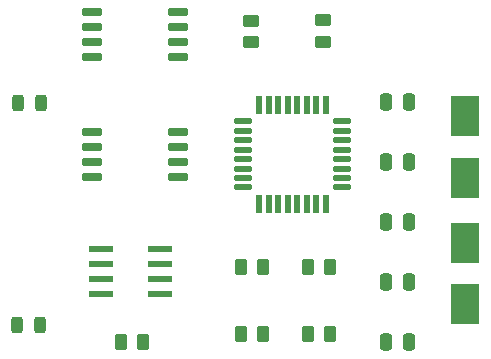
<source format=gbr>
%TF.GenerationSoftware,KiCad,Pcbnew,7.0.10*%
%TF.CreationDate,2024-02-27T03:30:34+03:00*%
%TF.ProjectId,Arduino_Datalogger,41726475-696e-46f5-9f44-6174616c6f67,1.0*%
%TF.SameCoordinates,Original*%
%TF.FileFunction,Paste,Top*%
%TF.FilePolarity,Positive*%
%FSLAX46Y46*%
G04 Gerber Fmt 4.6, Leading zero omitted, Abs format (unit mm)*
G04 Created by KiCad (PCBNEW 7.0.10) date 2024-02-27 03:30:34*
%MOMM*%
%LPD*%
G01*
G04 APERTURE LIST*
G04 Aperture macros list*
%AMRoundRect*
0 Rectangle with rounded corners*
0 $1 Rounding radius*
0 $2 $3 $4 $5 $6 $7 $8 $9 X,Y pos of 4 corners*
0 Add a 4 corners polygon primitive as box body*
4,1,4,$2,$3,$4,$5,$6,$7,$8,$9,$2,$3,0*
0 Add four circle primitives for the rounded corners*
1,1,$1+$1,$2,$3*
1,1,$1+$1,$4,$5*
1,1,$1+$1,$6,$7*
1,1,$1+$1,$8,$9*
0 Add four rect primitives between the rounded corners*
20,1,$1+$1,$2,$3,$4,$5,0*
20,1,$1+$1,$4,$5,$6,$7,0*
20,1,$1+$1,$6,$7,$8,$9,0*
20,1,$1+$1,$8,$9,$2,$3,0*%
G04 Aperture macros list end*
%ADD10RoundRect,0.048800X-0.796200X-0.256200X0.796200X-0.256200X0.796200X0.256200X-0.796200X0.256200X0*%
%ADD11RoundRect,0.041300X-0.943700X-0.253700X0.943700X-0.253700X0.943700X0.253700X-0.943700X0.253700X0*%
%ADD12RoundRect,0.038500X0.236500X-0.696500X0.236500X0.696500X-0.236500X0.696500X-0.236500X-0.696500X0*%
%ADD13RoundRect,0.099000X0.636000X-0.176000X0.636000X0.176000X-0.636000X0.176000X-0.636000X-0.176000X0*%
%ADD14RoundRect,0.243750X-0.243750X-0.456250X0.243750X-0.456250X0.243750X0.456250X-0.243750X0.456250X0*%
%ADD15RoundRect,0.250000X-0.250000X-0.475000X0.250000X-0.475000X0.250000X0.475000X-0.250000X0.475000X0*%
%ADD16RoundRect,0.250000X0.262500X0.450000X-0.262500X0.450000X-0.262500X-0.450000X0.262500X-0.450000X0*%
%ADD17RoundRect,0.250000X0.450000X-0.262500X0.450000X0.262500X-0.450000X0.262500X-0.450000X-0.262500X0*%
%ADD18RoundRect,0.250000X-0.262500X-0.450000X0.262500X-0.450000X0.262500X0.450000X-0.262500X0.450000X0*%
%ADD19RoundRect,0.250000X-0.450000X0.262500X-0.450000X-0.262500X0.450000X-0.262500X0.450000X0.262500X0*%
%ADD20R,2.400000X3.500000*%
G04 APERTURE END LIST*
D10*
%TO.C,U2*%
X140505000Y-71755000D03*
X140505000Y-73025000D03*
X140505000Y-74295000D03*
X140505000Y-75565000D03*
X147785000Y-75565000D03*
X147785000Y-74295000D03*
X147785000Y-73025000D03*
X147785000Y-71755000D03*
%TD*%
%TO.C,U5*%
X140505000Y-81915000D03*
X140505000Y-83185000D03*
X140505000Y-84455000D03*
X140505000Y-85725000D03*
X147785000Y-85725000D03*
X147785000Y-84455000D03*
X147785000Y-83185000D03*
X147785000Y-81915000D03*
%TD*%
D11*
%TO.C,U1*%
X141289000Y-91821000D03*
X141289000Y-93091000D03*
X141289000Y-94361000D03*
X141289000Y-95631000D03*
X146239000Y-95631000D03*
X146239000Y-94361000D03*
X146239000Y-93091000D03*
X146239000Y-91821000D03*
%TD*%
D12*
%TO.C,U3*%
X154680000Y-87990000D03*
X155480000Y-87990000D03*
X156280000Y-87990000D03*
X157080000Y-87990000D03*
X157880000Y-87990000D03*
X158680000Y-87990000D03*
X159480000Y-87990000D03*
X160280000Y-87990000D03*
D13*
X161650000Y-86620000D03*
X161650000Y-85820000D03*
X161650000Y-85020000D03*
X161650000Y-84220000D03*
X161650000Y-83420000D03*
X161650000Y-82620000D03*
X161650000Y-81820000D03*
X161650000Y-81020000D03*
D12*
X160280000Y-79650000D03*
X159480000Y-79650000D03*
X158680000Y-79650000D03*
X157880000Y-79650000D03*
X157080000Y-79650000D03*
X156280000Y-79650000D03*
X155480000Y-79650000D03*
X154680000Y-79650000D03*
D13*
X153310000Y-81020000D03*
X153310000Y-81820000D03*
X153310000Y-82620000D03*
X153310000Y-83420000D03*
X153310000Y-84220000D03*
X153310000Y-85020000D03*
X153310000Y-85820000D03*
X153310000Y-86620000D03*
%TD*%
D14*
%TO.C,D1*%
X134190500Y-98288000D03*
X136065500Y-98288000D03*
%TD*%
D15*
%TO.C,C4*%
X165420000Y-94615000D03*
X167320000Y-94615000D03*
%TD*%
%TO.C,C3*%
X165420000Y-89535000D03*
X167320000Y-89535000D03*
%TD*%
%TO.C,C2*%
X165420000Y-84455000D03*
X167320000Y-84455000D03*
%TD*%
D16*
%TO.C,R7*%
X144780000Y-99695000D03*
X142955000Y-99695000D03*
%TD*%
D17*
%TO.C,R6*%
X160020000Y-74295000D03*
X160020000Y-72470000D03*
%TD*%
D18*
%TO.C,R2*%
X158830000Y-93345000D03*
X160655000Y-93345000D03*
%TD*%
D19*
%TO.C,R5*%
X153924000Y-72493500D03*
X153924000Y-74318500D03*
%TD*%
D15*
%TO.C,C1*%
X165420000Y-79375000D03*
X167320000Y-79375000D03*
%TD*%
D20*
%TO.C,Y2*%
X172085000Y-96520000D03*
X172085000Y-91320000D03*
%TD*%
D18*
%TO.C,R3*%
X153115000Y-99060000D03*
X154940000Y-99060000D03*
%TD*%
%TO.C,R4*%
X158830000Y-99060000D03*
X160655000Y-99060000D03*
%TD*%
D14*
%TO.C,D2*%
X134269000Y-79502000D03*
X136144000Y-79502000D03*
%TD*%
D18*
%TO.C,R1*%
X153115000Y-93345000D03*
X154940000Y-93345000D03*
%TD*%
D20*
%TO.C,Y1*%
X172085000Y-85785000D03*
X172085000Y-80585000D03*
%TD*%
D15*
%TO.C,C5*%
X165420000Y-99695000D03*
X167320000Y-99695000D03*
%TD*%
M02*

</source>
